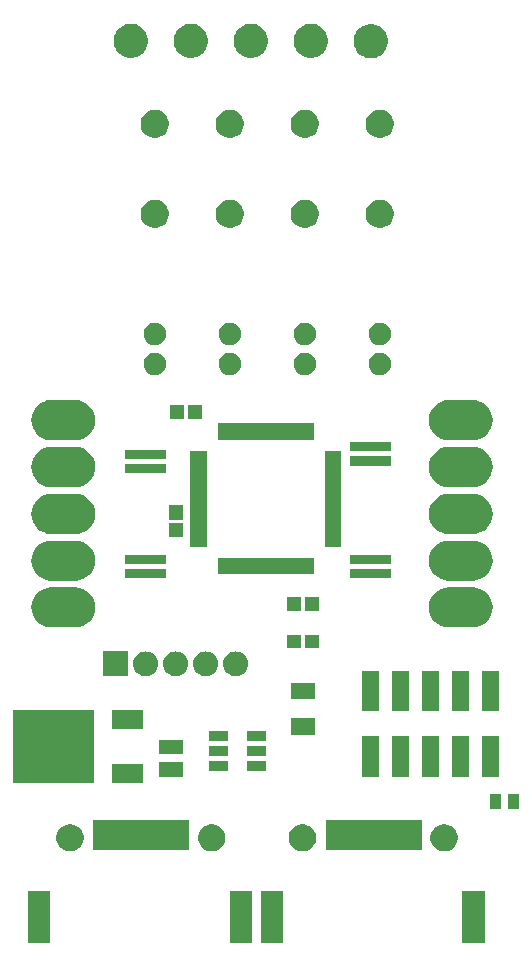
<source format=gts>
%TF.GenerationSoftware,KiCad,Pcbnew,(5.0.1)-3*%
%TF.CreationDate,2018-12-23T11:38:55+11:00*%
%TF.ProjectId,4Channel-SSR-Switch,344368616E6E656C2D5353522D537769,1.2*%
%TF.SameCoordinates,PX7c25018PY96ca4b8*%
%TF.FileFunction,Soldermask,Top*%
%TF.FilePolarity,Negative*%
%FSLAX46Y46*%
G04 Gerber Fmt 4.6, Leading zero omitted, Abs format (unit mm)*
G04 Created by KiCad (PCBNEW (5.0.1)-3) date 23/12/2018 11:38:55 AM*
%MOMM*%
%LPD*%
G01*
G04 APERTURE LIST*
%ADD10C,0.100000*%
G04 APERTURE END LIST*
D10*
%TO.C,D1*%
G36*
X13983564Y18804000D02*
X14434000Y18804000D01*
X14434000Y17903300D01*
X13983564Y17903300D01*
X13983564Y18804000D01*
G37*
G36*
X14633869Y18804000D02*
X15084000Y18804000D01*
X15084000Y17903180D01*
X14633869Y17903180D01*
X14633869Y18804000D01*
G37*
G36*
X15284551Y18804000D02*
X15734000Y18804000D01*
X15734000Y17902190D01*
X15284551Y17902190D01*
X15284551Y18804000D01*
G37*
G36*
X15734000Y19804308D02*
X15284262Y19804308D01*
X15284262Y20704000D01*
X15734000Y20704000D01*
X15734000Y19804308D01*
G37*
G36*
X15084000Y19804565D02*
X14633746Y19804565D01*
X14633746Y20704000D01*
X15084000Y20704000D01*
X15084000Y19804565D01*
G37*
G36*
X14434000Y19804083D02*
X13983855Y19804083D01*
X13983855Y20704000D01*
X14434000Y20704000D01*
X14434000Y19804083D01*
G37*
G36*
X21735000Y3635000D02*
X19835000Y3635000D01*
X19835000Y8035000D01*
X21735000Y8035000D01*
X21735000Y3635000D01*
X21735000Y3635000D01*
G37*
G36*
X24320000Y3635000D02*
X22420000Y3635000D01*
X22420000Y8035000D01*
X24320000Y8035000D01*
X24320000Y3635000D01*
X24320000Y3635000D01*
G37*
G36*
X41420000Y3635000D02*
X39520000Y3635000D01*
X39520000Y8035000D01*
X41420000Y8035000D01*
X41420000Y3635000D01*
X41420000Y3635000D01*
G37*
G36*
X4635000Y3635000D02*
X2735000Y3635000D01*
X2735000Y8035000D01*
X4635000Y8035000D01*
X4635000Y3635000D01*
X4635000Y3635000D01*
G37*
G36*
X38295443Y13680806D02*
X38504728Y13594117D01*
X38693085Y13468261D01*
X38853261Y13308085D01*
X38979117Y13119728D01*
X39065806Y12910443D01*
X39110000Y12688266D01*
X39110000Y12461734D01*
X39065806Y12239557D01*
X38979117Y12030272D01*
X38853261Y11841915D01*
X38693085Y11681739D01*
X38504728Y11555883D01*
X38295443Y11469194D01*
X38073266Y11425000D01*
X37846734Y11425000D01*
X37624557Y11469194D01*
X37415272Y11555883D01*
X37226915Y11681739D01*
X37066739Y11841915D01*
X36940883Y12030272D01*
X36854194Y12239557D01*
X36810000Y12461734D01*
X36810000Y12688266D01*
X36854194Y12910443D01*
X36940883Y13119728D01*
X37066739Y13308085D01*
X37226915Y13468261D01*
X37415272Y13594117D01*
X37624557Y13680806D01*
X37846734Y13725000D01*
X38073266Y13725000D01*
X38295443Y13680806D01*
X38295443Y13680806D01*
G37*
G36*
X6620443Y13680806D02*
X6829728Y13594117D01*
X7018085Y13468261D01*
X7178261Y13308085D01*
X7304117Y13119728D01*
X7390806Y12910443D01*
X7435000Y12688266D01*
X7435000Y12461734D01*
X7390806Y12239557D01*
X7304117Y12030272D01*
X7178261Y11841915D01*
X7018085Y11681739D01*
X6829728Y11555883D01*
X6620443Y11469194D01*
X6398266Y11425000D01*
X6171734Y11425000D01*
X5949557Y11469194D01*
X5740272Y11555883D01*
X5551915Y11681739D01*
X5391739Y11841915D01*
X5265883Y12030272D01*
X5179194Y12239557D01*
X5135000Y12461734D01*
X5135000Y12688266D01*
X5179194Y12910443D01*
X5265883Y13119728D01*
X5391739Y13308085D01*
X5551915Y13468261D01*
X5740272Y13594117D01*
X5949557Y13680806D01*
X6171734Y13725000D01*
X6398266Y13725000D01*
X6620443Y13680806D01*
X6620443Y13680806D01*
G37*
G36*
X26305443Y13680806D02*
X26514728Y13594117D01*
X26703085Y13468261D01*
X26863261Y13308085D01*
X26989117Y13119728D01*
X27075806Y12910443D01*
X27120000Y12688266D01*
X27120000Y12461734D01*
X27075806Y12239557D01*
X26989117Y12030272D01*
X26863261Y11841915D01*
X26703085Y11681739D01*
X26514728Y11555883D01*
X26305443Y11469194D01*
X26083266Y11425000D01*
X25856734Y11425000D01*
X25634557Y11469194D01*
X25425272Y11555883D01*
X25236915Y11681739D01*
X25076739Y11841915D01*
X24950883Y12030272D01*
X24864194Y12239557D01*
X24820000Y12461734D01*
X24820000Y12688266D01*
X24864194Y12910443D01*
X24950883Y13119728D01*
X25076739Y13308085D01*
X25236915Y13468261D01*
X25425272Y13594117D01*
X25634557Y13680806D01*
X25856734Y13725000D01*
X26083266Y13725000D01*
X26305443Y13680806D01*
X26305443Y13680806D01*
G37*
G36*
X18610443Y13680806D02*
X18819728Y13594117D01*
X19008085Y13468261D01*
X19168261Y13308085D01*
X19294117Y13119728D01*
X19380806Y12910443D01*
X19425000Y12688266D01*
X19425000Y12461734D01*
X19380806Y12239557D01*
X19294117Y12030272D01*
X19168261Y11841915D01*
X19008085Y11681739D01*
X18819728Y11555883D01*
X18610443Y11469194D01*
X18388266Y11425000D01*
X18161734Y11425000D01*
X17939557Y11469194D01*
X17730272Y11555883D01*
X17541915Y11681739D01*
X17381739Y11841915D01*
X17255883Y12030272D01*
X17169194Y12239557D01*
X17125000Y12461734D01*
X17125000Y12688266D01*
X17169194Y12910443D01*
X17255883Y13119728D01*
X17381739Y13308085D01*
X17541915Y13468261D01*
X17730272Y13594117D01*
X17939557Y13680806D01*
X18161734Y13725000D01*
X18388266Y13725000D01*
X18610443Y13680806D01*
X18610443Y13680806D01*
G37*
G36*
X16385000Y11565000D02*
X8245000Y11565000D01*
X8245000Y14065000D01*
X16385000Y14065000D01*
X16385000Y11565000D01*
X16385000Y11565000D01*
G37*
G36*
X36070000Y11565000D02*
X27930000Y11565000D01*
X27930000Y14065000D01*
X36070000Y14065000D01*
X36070000Y11565000D01*
X36070000Y11565000D01*
G37*
G36*
X42765000Y14971000D02*
X41865000Y14971000D01*
X41865000Y16271000D01*
X42765000Y16271000D01*
X42765000Y14971000D01*
X42765000Y14971000D01*
G37*
G36*
X44265000Y14971000D02*
X43365000Y14971000D01*
X43365000Y16271000D01*
X44265000Y16271000D01*
X44265000Y14971000D01*
X44265000Y14971000D01*
G37*
G36*
X8285000Y17220000D02*
X1485000Y17220000D01*
X1485000Y23420000D01*
X8285000Y23420000D01*
X8285000Y17220000D01*
X8285000Y17220000D01*
G37*
G36*
X12485000Y17240000D02*
X9885000Y17240000D01*
X9885000Y18840000D01*
X12485000Y18840000D01*
X12485000Y17240000D01*
X12485000Y17240000D01*
G37*
G36*
X15884000Y17754000D02*
X13834000Y17754000D01*
X13834000Y18954000D01*
X15884000Y18954000D01*
X15884000Y17754000D01*
X15884000Y17754000D01*
G37*
G36*
X37530000Y17755000D02*
X36130000Y17755000D01*
X36130000Y21155000D01*
X37530000Y21155000D01*
X37530000Y17755000D01*
X37530000Y17755000D01*
G37*
G36*
X42610000Y17755000D02*
X41210000Y17755000D01*
X41210000Y21155000D01*
X42610000Y21155000D01*
X42610000Y17755000D01*
X42610000Y17755000D01*
G37*
G36*
X40070000Y17755000D02*
X38670000Y17755000D01*
X38670000Y21155000D01*
X40070000Y21155000D01*
X40070000Y17755000D01*
X40070000Y17755000D01*
G37*
G36*
X32450000Y17755000D02*
X31050000Y17755000D01*
X31050000Y21155000D01*
X32450000Y21155000D01*
X32450000Y17755000D01*
X32450000Y17755000D01*
G37*
G36*
X34990000Y17755000D02*
X33590000Y17755000D01*
X33590000Y21155000D01*
X34990000Y21155000D01*
X34990000Y17755000D01*
X34990000Y17755000D01*
G37*
G36*
X22856800Y18265800D02*
X21237600Y18265800D01*
X21237600Y19072200D01*
X22856800Y19072200D01*
X22856800Y18265800D01*
X22856800Y18265800D01*
G37*
G36*
X19656400Y18265800D02*
X18037200Y18265800D01*
X18037200Y19072200D01*
X19656400Y19072200D01*
X19656400Y18265800D01*
X19656400Y18265800D01*
G37*
G36*
X22856800Y19535800D02*
X21237600Y19535800D01*
X21237600Y20342200D01*
X22856800Y20342200D01*
X22856800Y19535800D01*
X22856800Y19535800D01*
G37*
G36*
X19656400Y19535800D02*
X18037200Y19535800D01*
X18037200Y20342200D01*
X19656400Y20342200D01*
X19656400Y19535800D01*
X19656400Y19535800D01*
G37*
G36*
X15884000Y19654000D02*
X13834000Y19654000D01*
X13834000Y20854000D01*
X15884000Y20854000D01*
X15884000Y19654000D01*
X15884000Y19654000D01*
G37*
G36*
X19656400Y20805800D02*
X18037200Y20805800D01*
X18037200Y21612200D01*
X19656400Y21612200D01*
X19656400Y20805800D01*
X19656400Y20805800D01*
G37*
G36*
X22856800Y20805800D02*
X21237600Y20805800D01*
X21237600Y21612200D01*
X22856800Y21612200D01*
X22856800Y20805800D01*
X22856800Y20805800D01*
G37*
G36*
X27035000Y21295000D02*
X25035000Y21295000D01*
X25035000Y22695000D01*
X27035000Y22695000D01*
X27035000Y21295000D01*
X27035000Y21295000D01*
G37*
G36*
X12485000Y21800000D02*
X9885000Y21800000D01*
X9885000Y23400000D01*
X12485000Y23400000D01*
X12485000Y21800000D01*
X12485000Y21800000D01*
G37*
G36*
X40070000Y23295000D02*
X38670000Y23295000D01*
X38670000Y26695000D01*
X40070000Y26695000D01*
X40070000Y23295000D01*
X40070000Y23295000D01*
G37*
G36*
X37530000Y23295000D02*
X36130000Y23295000D01*
X36130000Y26695000D01*
X37530000Y26695000D01*
X37530000Y23295000D01*
X37530000Y23295000D01*
G37*
G36*
X34990000Y23295000D02*
X33590000Y23295000D01*
X33590000Y26695000D01*
X34990000Y26695000D01*
X34990000Y23295000D01*
X34990000Y23295000D01*
G37*
G36*
X32450000Y23295000D02*
X31050000Y23295000D01*
X31050000Y26695000D01*
X32450000Y26695000D01*
X32450000Y23295000D01*
X32450000Y23295000D01*
G37*
G36*
X42610000Y23295000D02*
X41210000Y23295000D01*
X41210000Y26695000D01*
X42610000Y26695000D01*
X42610000Y23295000D01*
X42610000Y23295000D01*
G37*
G36*
X27035000Y24295000D02*
X25035000Y24295000D01*
X25035000Y25695000D01*
X27035000Y25695000D01*
X27035000Y24295000D01*
X27035000Y24295000D01*
G37*
G36*
X11210000Y26255000D02*
X9110000Y26255000D01*
X9110000Y28355000D01*
X11210000Y28355000D01*
X11210000Y26255000D01*
X11210000Y26255000D01*
G37*
G36*
X20448707Y28347403D02*
X20525836Y28339807D01*
X20657787Y28299780D01*
X20723763Y28279767D01*
X20906172Y28182267D01*
X21066054Y28051054D01*
X21197267Y27891172D01*
X21294767Y27708763D01*
X21294767Y27708762D01*
X21354807Y27510836D01*
X21375080Y27305000D01*
X21354807Y27099164D01*
X21314780Y26967213D01*
X21294767Y26901237D01*
X21197267Y26718828D01*
X21066054Y26558946D01*
X20906172Y26427733D01*
X20723763Y26330233D01*
X20657787Y26310220D01*
X20525836Y26270193D01*
X20448707Y26262596D01*
X20371580Y26255000D01*
X20268420Y26255000D01*
X20191293Y26262596D01*
X20114164Y26270193D01*
X19982213Y26310220D01*
X19916237Y26330233D01*
X19733828Y26427733D01*
X19573946Y26558946D01*
X19442733Y26718828D01*
X19345233Y26901237D01*
X19325220Y26967213D01*
X19285193Y27099164D01*
X19264920Y27305000D01*
X19285193Y27510836D01*
X19345233Y27708762D01*
X19345233Y27708763D01*
X19442733Y27891172D01*
X19573946Y28051054D01*
X19733828Y28182267D01*
X19916237Y28279767D01*
X19982213Y28299780D01*
X20114164Y28339807D01*
X20191293Y28347403D01*
X20268420Y28355000D01*
X20371580Y28355000D01*
X20448707Y28347403D01*
X20448707Y28347403D01*
G37*
G36*
X17908707Y28347403D02*
X17985836Y28339807D01*
X18117787Y28299780D01*
X18183763Y28279767D01*
X18366172Y28182267D01*
X18526054Y28051054D01*
X18657267Y27891172D01*
X18754767Y27708763D01*
X18754767Y27708762D01*
X18814807Y27510836D01*
X18835080Y27305000D01*
X18814807Y27099164D01*
X18774780Y26967213D01*
X18754767Y26901237D01*
X18657267Y26718828D01*
X18526054Y26558946D01*
X18366172Y26427733D01*
X18183763Y26330233D01*
X18117787Y26310220D01*
X17985836Y26270193D01*
X17908707Y26262596D01*
X17831580Y26255000D01*
X17728420Y26255000D01*
X17651293Y26262596D01*
X17574164Y26270193D01*
X17442213Y26310220D01*
X17376237Y26330233D01*
X17193828Y26427733D01*
X17033946Y26558946D01*
X16902733Y26718828D01*
X16805233Y26901237D01*
X16785220Y26967213D01*
X16745193Y27099164D01*
X16724920Y27305000D01*
X16745193Y27510836D01*
X16805233Y27708762D01*
X16805233Y27708763D01*
X16902733Y27891172D01*
X17033946Y28051054D01*
X17193828Y28182267D01*
X17376237Y28279767D01*
X17442213Y28299780D01*
X17574164Y28339807D01*
X17651293Y28347403D01*
X17728420Y28355000D01*
X17831580Y28355000D01*
X17908707Y28347403D01*
X17908707Y28347403D01*
G37*
G36*
X15368707Y28347403D02*
X15445836Y28339807D01*
X15577787Y28299780D01*
X15643763Y28279767D01*
X15826172Y28182267D01*
X15986054Y28051054D01*
X16117267Y27891172D01*
X16214767Y27708763D01*
X16214767Y27708762D01*
X16274807Y27510836D01*
X16295080Y27305000D01*
X16274807Y27099164D01*
X16234780Y26967213D01*
X16214767Y26901237D01*
X16117267Y26718828D01*
X15986054Y26558946D01*
X15826172Y26427733D01*
X15643763Y26330233D01*
X15577787Y26310220D01*
X15445836Y26270193D01*
X15368707Y26262596D01*
X15291580Y26255000D01*
X15188420Y26255000D01*
X15111293Y26262596D01*
X15034164Y26270193D01*
X14902213Y26310220D01*
X14836237Y26330233D01*
X14653828Y26427733D01*
X14493946Y26558946D01*
X14362733Y26718828D01*
X14265233Y26901237D01*
X14245220Y26967213D01*
X14205193Y27099164D01*
X14184920Y27305000D01*
X14205193Y27510836D01*
X14265233Y27708762D01*
X14265233Y27708763D01*
X14362733Y27891172D01*
X14493946Y28051054D01*
X14653828Y28182267D01*
X14836237Y28279767D01*
X14902213Y28299780D01*
X15034164Y28339807D01*
X15111293Y28347403D01*
X15188420Y28355000D01*
X15291580Y28355000D01*
X15368707Y28347403D01*
X15368707Y28347403D01*
G37*
G36*
X12828707Y28347403D02*
X12905836Y28339807D01*
X13037787Y28299780D01*
X13103763Y28279767D01*
X13286172Y28182267D01*
X13446054Y28051054D01*
X13577267Y27891172D01*
X13674767Y27708763D01*
X13674767Y27708762D01*
X13734807Y27510836D01*
X13755080Y27305000D01*
X13734807Y27099164D01*
X13694780Y26967213D01*
X13674767Y26901237D01*
X13577267Y26718828D01*
X13446054Y26558946D01*
X13286172Y26427733D01*
X13103763Y26330233D01*
X13037787Y26310220D01*
X12905836Y26270193D01*
X12828707Y26262596D01*
X12751580Y26255000D01*
X12648420Y26255000D01*
X12571293Y26262596D01*
X12494164Y26270193D01*
X12362213Y26310220D01*
X12296237Y26330233D01*
X12113828Y26427733D01*
X11953946Y26558946D01*
X11822733Y26718828D01*
X11725233Y26901237D01*
X11705220Y26967213D01*
X11665193Y27099164D01*
X11644920Y27305000D01*
X11665193Y27510836D01*
X11725233Y27708762D01*
X11725233Y27708763D01*
X11822733Y27891172D01*
X11953946Y28051054D01*
X12113828Y28182267D01*
X12296237Y28279767D01*
X12362213Y28299780D01*
X12494164Y28339807D01*
X12571293Y28347403D01*
X12648420Y28355000D01*
X12751580Y28355000D01*
X12828707Y28347403D01*
X12828707Y28347403D01*
G37*
G36*
X27385000Y28635000D02*
X26185000Y28635000D01*
X26185000Y29785000D01*
X27385000Y29785000D01*
X27385000Y28635000D01*
X27385000Y28635000D01*
G37*
G36*
X25885000Y28635000D02*
X24685000Y28635000D01*
X24685000Y29785000D01*
X25885000Y29785000D01*
X25885000Y28635000D01*
X25885000Y28635000D01*
G37*
G36*
X7048989Y33760554D02*
X7048992Y33760553D01*
X7048993Y33760553D01*
X7369419Y33663353D01*
X7369421Y33663352D01*
X7664728Y33505507D01*
X7923565Y33293085D01*
X8135987Y33034248D01*
X8293832Y32738941D01*
X8391034Y32418509D01*
X8423854Y32085280D01*
X8391034Y31752051D01*
X8293832Y31431619D01*
X8135987Y31136312D01*
X7923565Y30877475D01*
X7664728Y30665053D01*
X7664726Y30665052D01*
X7369419Y30507207D01*
X7048993Y30410007D01*
X7048992Y30410007D01*
X7048989Y30410006D01*
X6799262Y30385410D01*
X4630738Y30385410D01*
X4381011Y30410006D01*
X4381008Y30410007D01*
X4381007Y30410007D01*
X4060581Y30507207D01*
X3765274Y30665052D01*
X3765272Y30665053D01*
X3506435Y30877475D01*
X3294013Y31136312D01*
X3136168Y31431619D01*
X3038966Y31752051D01*
X3006146Y32085280D01*
X3038966Y32418509D01*
X3136168Y32738941D01*
X3294013Y33034248D01*
X3506435Y33293085D01*
X3765272Y33505507D01*
X4060579Y33663352D01*
X4060581Y33663353D01*
X4381007Y33760553D01*
X4381008Y33760553D01*
X4381011Y33760554D01*
X4630738Y33785150D01*
X6799262Y33785150D01*
X7048989Y33760554D01*
X7048989Y33760554D01*
G37*
G36*
X40703989Y33760554D02*
X40703992Y33760553D01*
X40703993Y33760553D01*
X41024419Y33663353D01*
X41024421Y33663352D01*
X41319728Y33505507D01*
X41578565Y33293085D01*
X41790987Y33034248D01*
X41948832Y32738941D01*
X42046034Y32418509D01*
X42078854Y32085280D01*
X42046034Y31752051D01*
X41948832Y31431619D01*
X41790987Y31136312D01*
X41578565Y30877475D01*
X41319728Y30665053D01*
X41319726Y30665052D01*
X41024419Y30507207D01*
X40703993Y30410007D01*
X40703992Y30410007D01*
X40703989Y30410006D01*
X40454262Y30385410D01*
X38285738Y30385410D01*
X38036011Y30410006D01*
X38036008Y30410007D01*
X38036007Y30410007D01*
X37715581Y30507207D01*
X37420274Y30665052D01*
X37420272Y30665053D01*
X37161435Y30877475D01*
X36949013Y31136312D01*
X36791168Y31431619D01*
X36693966Y31752051D01*
X36661146Y32085280D01*
X36693966Y32418509D01*
X36791168Y32738941D01*
X36949013Y33034248D01*
X37161435Y33293085D01*
X37420272Y33505507D01*
X37715579Y33663352D01*
X37715581Y33663353D01*
X38036007Y33760553D01*
X38036008Y33760553D01*
X38036011Y33760554D01*
X38285738Y33785150D01*
X40454262Y33785150D01*
X40703989Y33760554D01*
X40703989Y33760554D01*
G37*
G36*
X25885000Y31810000D02*
X24685000Y31810000D01*
X24685000Y32960000D01*
X25885000Y32960000D01*
X25885000Y31810000D01*
X25885000Y31810000D01*
G37*
G36*
X27385000Y31810000D02*
X26185000Y31810000D01*
X26185000Y32960000D01*
X27385000Y32960000D01*
X27385000Y31810000D01*
X27385000Y31810000D01*
G37*
G36*
X40703989Y37720414D02*
X40703992Y37720413D01*
X40703993Y37720413D01*
X41024419Y37623213D01*
X41024421Y37623212D01*
X41319728Y37465367D01*
X41578565Y37252945D01*
X41790987Y36994108D01*
X41948832Y36698801D01*
X42046034Y36378369D01*
X42078854Y36045140D01*
X42046034Y35711911D01*
X41948832Y35391479D01*
X41790987Y35096172D01*
X41578565Y34837335D01*
X41319728Y34624913D01*
X41319726Y34624912D01*
X41024419Y34467067D01*
X40703993Y34369867D01*
X40703992Y34369867D01*
X40703989Y34369866D01*
X40454262Y34345270D01*
X38285738Y34345270D01*
X38036011Y34369866D01*
X38036008Y34369867D01*
X38036007Y34369867D01*
X37715581Y34467067D01*
X37420274Y34624912D01*
X37420272Y34624913D01*
X37161435Y34837335D01*
X36949013Y35096172D01*
X36791168Y35391479D01*
X36693966Y35711911D01*
X36661146Y36045140D01*
X36693966Y36378369D01*
X36791168Y36698801D01*
X36949013Y36994108D01*
X37161435Y37252945D01*
X37420272Y37465367D01*
X37715579Y37623212D01*
X37715581Y37623213D01*
X38036007Y37720413D01*
X38036008Y37720413D01*
X38036011Y37720414D01*
X38285738Y37745010D01*
X40454262Y37745010D01*
X40703989Y37720414D01*
X40703989Y37720414D01*
G37*
G36*
X7048989Y37720414D02*
X7048992Y37720413D01*
X7048993Y37720413D01*
X7369419Y37623213D01*
X7369421Y37623212D01*
X7664728Y37465367D01*
X7923565Y37252945D01*
X8135987Y36994108D01*
X8293832Y36698801D01*
X8391034Y36378369D01*
X8423854Y36045140D01*
X8391034Y35711911D01*
X8293832Y35391479D01*
X8135987Y35096172D01*
X7923565Y34837335D01*
X7664728Y34624913D01*
X7664726Y34624912D01*
X7369419Y34467067D01*
X7048993Y34369867D01*
X7048992Y34369867D01*
X7048989Y34369866D01*
X6799262Y34345270D01*
X4630738Y34345270D01*
X4381011Y34369866D01*
X4381008Y34369867D01*
X4381007Y34369867D01*
X4060581Y34467067D01*
X3765274Y34624912D01*
X3765272Y34624913D01*
X3506435Y34837335D01*
X3294013Y35096172D01*
X3136168Y35391479D01*
X3038966Y35711911D01*
X3006146Y36045140D01*
X3038966Y36378369D01*
X3136168Y36698801D01*
X3294013Y36994108D01*
X3506435Y37252945D01*
X3765272Y37465367D01*
X4060579Y37623212D01*
X4060581Y37623213D01*
X4381007Y37720413D01*
X4381008Y37720413D01*
X4381011Y37720414D01*
X4630738Y37745010D01*
X6799262Y37745010D01*
X7048989Y37720414D01*
X7048989Y37720414D01*
G37*
G36*
X14425000Y34560000D02*
X10975000Y34560000D01*
X10975000Y35360000D01*
X14425000Y35360000D01*
X14425000Y34560000D01*
X14425000Y34560000D01*
G37*
G36*
X33475000Y34560000D02*
X30025000Y34560000D01*
X30025000Y35360000D01*
X33475000Y35360000D01*
X33475000Y34560000D01*
X33475000Y34560000D01*
G37*
G36*
X26935000Y34875000D02*
X18785000Y34875000D01*
X18785000Y36275000D01*
X26935000Y36275000D01*
X26935000Y34875000D01*
X26935000Y34875000D01*
G37*
G36*
X33475000Y35760000D02*
X30025000Y35760000D01*
X30025000Y36560000D01*
X33475000Y36560000D01*
X33475000Y35760000D01*
X33475000Y35760000D01*
G37*
G36*
X14425000Y35760000D02*
X10975000Y35760000D01*
X10975000Y36560000D01*
X14425000Y36560000D01*
X14425000Y35760000D01*
X14425000Y35760000D01*
G37*
G36*
X17860000Y37200000D02*
X16460000Y37200000D01*
X16460000Y45350000D01*
X17860000Y45350000D01*
X17860000Y37200000D01*
X17860000Y37200000D01*
G37*
G36*
X29260000Y37200000D02*
X27860000Y37200000D01*
X27860000Y45350000D01*
X29260000Y45350000D01*
X29260000Y37200000D01*
X29260000Y37200000D01*
G37*
G36*
X15815000Y38020000D02*
X14665000Y38020000D01*
X14665000Y39220000D01*
X15815000Y39220000D01*
X15815000Y38020000D01*
X15815000Y38020000D01*
G37*
G36*
X40703989Y41680274D02*
X40703992Y41680273D01*
X40703993Y41680273D01*
X41024419Y41583073D01*
X41024421Y41583072D01*
X41319728Y41425227D01*
X41578565Y41212805D01*
X41790987Y40953968D01*
X41790988Y40953966D01*
X41948833Y40658659D01*
X42046033Y40338233D01*
X42046034Y40338229D01*
X42078854Y40005000D01*
X42046034Y39671771D01*
X41948832Y39351339D01*
X41790987Y39056032D01*
X41578565Y38797195D01*
X41319728Y38584773D01*
X41319726Y38584772D01*
X41024419Y38426927D01*
X40703993Y38329727D01*
X40703992Y38329727D01*
X40703989Y38329726D01*
X40454262Y38305130D01*
X38285738Y38305130D01*
X38036011Y38329726D01*
X38036008Y38329727D01*
X38036007Y38329727D01*
X37715581Y38426927D01*
X37420274Y38584772D01*
X37420272Y38584773D01*
X37161435Y38797195D01*
X36949013Y39056032D01*
X36791168Y39351339D01*
X36693966Y39671771D01*
X36661146Y40005000D01*
X36693966Y40338229D01*
X36693967Y40338233D01*
X36791167Y40658659D01*
X36949012Y40953966D01*
X36949013Y40953968D01*
X37161435Y41212805D01*
X37420272Y41425227D01*
X37715579Y41583072D01*
X37715581Y41583073D01*
X38036007Y41680273D01*
X38036008Y41680273D01*
X38036011Y41680274D01*
X38285738Y41704870D01*
X40454262Y41704870D01*
X40703989Y41680274D01*
X40703989Y41680274D01*
G37*
G36*
X7048989Y41680274D02*
X7048992Y41680273D01*
X7048993Y41680273D01*
X7369419Y41583073D01*
X7369421Y41583072D01*
X7664728Y41425227D01*
X7923565Y41212805D01*
X8135987Y40953968D01*
X8135988Y40953966D01*
X8293833Y40658659D01*
X8391033Y40338233D01*
X8391034Y40338229D01*
X8423854Y40005000D01*
X8391034Y39671771D01*
X8293832Y39351339D01*
X8135987Y39056032D01*
X7923565Y38797195D01*
X7664728Y38584773D01*
X7664726Y38584772D01*
X7369419Y38426927D01*
X7048993Y38329727D01*
X7048992Y38329727D01*
X7048989Y38329726D01*
X6799262Y38305130D01*
X4630738Y38305130D01*
X4381011Y38329726D01*
X4381008Y38329727D01*
X4381007Y38329727D01*
X4060581Y38426927D01*
X3765274Y38584772D01*
X3765272Y38584773D01*
X3506435Y38797195D01*
X3294013Y39056032D01*
X3136168Y39351339D01*
X3038966Y39671771D01*
X3006146Y40005000D01*
X3038966Y40338229D01*
X3038967Y40338233D01*
X3136167Y40658659D01*
X3294012Y40953966D01*
X3294013Y40953968D01*
X3506435Y41212805D01*
X3765272Y41425227D01*
X4060579Y41583072D01*
X4060581Y41583073D01*
X4381007Y41680273D01*
X4381008Y41680273D01*
X4381011Y41680274D01*
X4630738Y41704870D01*
X6799262Y41704870D01*
X7048989Y41680274D01*
X7048989Y41680274D01*
G37*
G36*
X15815000Y39520000D02*
X14665000Y39520000D01*
X14665000Y40720000D01*
X15815000Y40720000D01*
X15815000Y39520000D01*
X15815000Y39520000D01*
G37*
G36*
X40703989Y45640134D02*
X40703992Y45640133D01*
X40703993Y45640133D01*
X41024419Y45542933D01*
X41024421Y45542932D01*
X41319728Y45385087D01*
X41578565Y45172665D01*
X41790987Y44913828D01*
X41948832Y44618521D01*
X42046034Y44298089D01*
X42078854Y43964860D01*
X42046034Y43631631D01*
X42046033Y43631628D01*
X42046033Y43631627D01*
X41960603Y43350000D01*
X41948832Y43311199D01*
X41790987Y43015892D01*
X41578565Y42757055D01*
X41319728Y42544633D01*
X41319726Y42544632D01*
X41024419Y42386787D01*
X40703993Y42289587D01*
X40703992Y42289587D01*
X40703989Y42289586D01*
X40454262Y42264990D01*
X38285738Y42264990D01*
X38036011Y42289586D01*
X38036008Y42289587D01*
X38036007Y42289587D01*
X37715581Y42386787D01*
X37420274Y42544632D01*
X37420272Y42544633D01*
X37161435Y42757055D01*
X36949013Y43015892D01*
X36791168Y43311199D01*
X36779398Y43350000D01*
X36693967Y43631627D01*
X36693967Y43631628D01*
X36693966Y43631631D01*
X36661146Y43964860D01*
X36693966Y44298089D01*
X36791168Y44618521D01*
X36949013Y44913828D01*
X37161435Y45172665D01*
X37420272Y45385087D01*
X37715579Y45542932D01*
X37715581Y45542933D01*
X38036007Y45640133D01*
X38036008Y45640133D01*
X38036011Y45640134D01*
X38285738Y45664730D01*
X40454262Y45664730D01*
X40703989Y45640134D01*
X40703989Y45640134D01*
G37*
G36*
X7048989Y45640134D02*
X7048992Y45640133D01*
X7048993Y45640133D01*
X7369419Y45542933D01*
X7369421Y45542932D01*
X7664728Y45385087D01*
X7923565Y45172665D01*
X8135987Y44913828D01*
X8293832Y44618521D01*
X8391034Y44298089D01*
X8423854Y43964860D01*
X8391034Y43631631D01*
X8391033Y43631628D01*
X8391033Y43631627D01*
X8305603Y43350000D01*
X8293832Y43311199D01*
X8135987Y43015892D01*
X7923565Y42757055D01*
X7664728Y42544633D01*
X7664726Y42544632D01*
X7369419Y42386787D01*
X7048993Y42289587D01*
X7048992Y42289587D01*
X7048989Y42289586D01*
X6799262Y42264990D01*
X4630738Y42264990D01*
X4381011Y42289586D01*
X4381008Y42289587D01*
X4381007Y42289587D01*
X4060581Y42386787D01*
X3765274Y42544632D01*
X3765272Y42544633D01*
X3506435Y42757055D01*
X3294013Y43015892D01*
X3136168Y43311199D01*
X3124398Y43350000D01*
X3038967Y43631627D01*
X3038967Y43631628D01*
X3038966Y43631631D01*
X3006146Y43964860D01*
X3038966Y44298089D01*
X3136168Y44618521D01*
X3294013Y44913828D01*
X3506435Y45172665D01*
X3765272Y45385087D01*
X4060579Y45542932D01*
X4060581Y45542933D01*
X4381007Y45640133D01*
X4381008Y45640133D01*
X4381011Y45640134D01*
X4630738Y45664730D01*
X6799262Y45664730D01*
X7048989Y45640134D01*
X7048989Y45640134D01*
G37*
G36*
X14425000Y43450000D02*
X10975000Y43450000D01*
X10975000Y44250000D01*
X14425000Y44250000D01*
X14425000Y43450000D01*
X14425000Y43450000D01*
G37*
G36*
X33475000Y44085000D02*
X30025000Y44085000D01*
X30025000Y44885000D01*
X33475000Y44885000D01*
X33475000Y44085000D01*
X33475000Y44085000D01*
G37*
G36*
X14425000Y44650000D02*
X10975000Y44650000D01*
X10975000Y45450000D01*
X14425000Y45450000D01*
X14425000Y44650000D01*
X14425000Y44650000D01*
G37*
G36*
X33475000Y45285000D02*
X30025000Y45285000D01*
X30025000Y46085000D01*
X33475000Y46085000D01*
X33475000Y45285000D01*
X33475000Y45285000D01*
G37*
G36*
X7048989Y49599994D02*
X7048992Y49599993D01*
X7048993Y49599993D01*
X7369419Y49502793D01*
X7369421Y49502792D01*
X7664728Y49344947D01*
X7923565Y49132525D01*
X8135987Y48873688D01*
X8293832Y48578381D01*
X8391034Y48257949D01*
X8423854Y47924720D01*
X8391034Y47591491D01*
X8293832Y47271059D01*
X8135987Y46975752D01*
X7923565Y46716915D01*
X7664728Y46504493D01*
X7664726Y46504492D01*
X7369419Y46346647D01*
X7048993Y46249447D01*
X7048992Y46249447D01*
X7048989Y46249446D01*
X6799262Y46224850D01*
X4630738Y46224850D01*
X4381011Y46249446D01*
X4381008Y46249447D01*
X4381007Y46249447D01*
X4060581Y46346647D01*
X3765274Y46504492D01*
X3765272Y46504493D01*
X3506435Y46716915D01*
X3294013Y46975752D01*
X3136168Y47271059D01*
X3038966Y47591491D01*
X3006146Y47924720D01*
X3038966Y48257949D01*
X3136168Y48578381D01*
X3294013Y48873688D01*
X3506435Y49132525D01*
X3765272Y49344947D01*
X4060579Y49502792D01*
X4060581Y49502793D01*
X4381007Y49599993D01*
X4381008Y49599993D01*
X4381011Y49599994D01*
X4630738Y49624590D01*
X6799262Y49624590D01*
X7048989Y49599994D01*
X7048989Y49599994D01*
G37*
G36*
X40703989Y49599994D02*
X40703992Y49599993D01*
X40703993Y49599993D01*
X41024419Y49502793D01*
X41024421Y49502792D01*
X41319728Y49344947D01*
X41578565Y49132525D01*
X41790987Y48873688D01*
X41948832Y48578381D01*
X42046034Y48257949D01*
X42078854Y47924720D01*
X42046034Y47591491D01*
X41948832Y47271059D01*
X41790987Y46975752D01*
X41578565Y46716915D01*
X41319728Y46504493D01*
X41319726Y46504492D01*
X41024419Y46346647D01*
X40703993Y46249447D01*
X40703992Y46249447D01*
X40703989Y46249446D01*
X40454262Y46224850D01*
X38285738Y46224850D01*
X38036011Y46249446D01*
X38036008Y46249447D01*
X38036007Y46249447D01*
X37715581Y46346647D01*
X37420274Y46504492D01*
X37420272Y46504493D01*
X37161435Y46716915D01*
X36949013Y46975752D01*
X36791168Y47271059D01*
X36693966Y47591491D01*
X36661146Y47924720D01*
X36693966Y48257949D01*
X36791168Y48578381D01*
X36949013Y48873688D01*
X37161435Y49132525D01*
X37420272Y49344947D01*
X37715579Y49502792D01*
X37715581Y49502793D01*
X38036007Y49599993D01*
X38036008Y49599993D01*
X38036011Y49599994D01*
X38285738Y49624590D01*
X40454262Y49624590D01*
X40703989Y49599994D01*
X40703989Y49599994D01*
G37*
G36*
X26935000Y46275000D02*
X18785000Y46275000D01*
X18785000Y47675000D01*
X26935000Y47675000D01*
X26935000Y46275000D01*
X26935000Y46275000D01*
G37*
G36*
X17479000Y48066000D02*
X16279000Y48066000D01*
X16279000Y49216000D01*
X17479000Y49216000D01*
X17479000Y48066000D01*
X17479000Y48066000D01*
G37*
G36*
X15979000Y48066000D02*
X14779000Y48066000D01*
X14779000Y49216000D01*
X15979000Y49216000D01*
X15979000Y48066000D01*
X15979000Y48066000D01*
G37*
G36*
X13604452Y53645873D02*
X13742105Y53618492D01*
X13914994Y53546879D01*
X14070590Y53442913D01*
X14202913Y53310590D01*
X14306879Y53154994D01*
X14378492Y52982105D01*
X14415000Y52798567D01*
X14415000Y52611433D01*
X14378492Y52427895D01*
X14306879Y52255006D01*
X14202913Y52099410D01*
X14070590Y51967087D01*
X13914994Y51863121D01*
X13742105Y51791508D01*
X13604451Y51764127D01*
X13558568Y51755000D01*
X13371432Y51755000D01*
X13325549Y51764127D01*
X13187895Y51791508D01*
X13015006Y51863121D01*
X12859410Y51967087D01*
X12727087Y52099410D01*
X12623121Y52255006D01*
X12551508Y52427895D01*
X12515000Y52611433D01*
X12515000Y52798567D01*
X12551508Y52982105D01*
X12623121Y53154994D01*
X12727087Y53310590D01*
X12859410Y53442913D01*
X13015006Y53546879D01*
X13187895Y53618492D01*
X13325549Y53645873D01*
X13371432Y53655000D01*
X13558568Y53655000D01*
X13604452Y53645873D01*
X13604452Y53645873D01*
G37*
G36*
X19954452Y53645873D02*
X20092105Y53618492D01*
X20264994Y53546879D01*
X20420590Y53442913D01*
X20552913Y53310590D01*
X20656879Y53154994D01*
X20728492Y52982105D01*
X20765000Y52798567D01*
X20765000Y52611433D01*
X20728492Y52427895D01*
X20656879Y52255006D01*
X20552913Y52099410D01*
X20420590Y51967087D01*
X20264994Y51863121D01*
X20092105Y51791508D01*
X19954451Y51764127D01*
X19908568Y51755000D01*
X19721432Y51755000D01*
X19675549Y51764127D01*
X19537895Y51791508D01*
X19365006Y51863121D01*
X19209410Y51967087D01*
X19077087Y52099410D01*
X18973121Y52255006D01*
X18901508Y52427895D01*
X18865000Y52611433D01*
X18865000Y52798567D01*
X18901508Y52982105D01*
X18973121Y53154994D01*
X19077087Y53310590D01*
X19209410Y53442913D01*
X19365006Y53546879D01*
X19537895Y53618492D01*
X19675549Y53645873D01*
X19721432Y53655000D01*
X19908568Y53655000D01*
X19954452Y53645873D01*
X19954452Y53645873D01*
G37*
G36*
X26304452Y53645873D02*
X26442105Y53618492D01*
X26614994Y53546879D01*
X26770590Y53442913D01*
X26902913Y53310590D01*
X27006879Y53154994D01*
X27078492Y52982105D01*
X27115000Y52798567D01*
X27115000Y52611433D01*
X27078492Y52427895D01*
X27006879Y52255006D01*
X26902913Y52099410D01*
X26770590Y51967087D01*
X26614994Y51863121D01*
X26442105Y51791508D01*
X26304451Y51764127D01*
X26258568Y51755000D01*
X26071432Y51755000D01*
X26025549Y51764127D01*
X25887895Y51791508D01*
X25715006Y51863121D01*
X25559410Y51967087D01*
X25427087Y52099410D01*
X25323121Y52255006D01*
X25251508Y52427895D01*
X25215000Y52611433D01*
X25215000Y52798567D01*
X25251508Y52982105D01*
X25323121Y53154994D01*
X25427087Y53310590D01*
X25559410Y53442913D01*
X25715006Y53546879D01*
X25887895Y53618492D01*
X26025549Y53645873D01*
X26071432Y53655000D01*
X26258568Y53655000D01*
X26304452Y53645873D01*
X26304452Y53645873D01*
G37*
G36*
X32654452Y53645873D02*
X32792105Y53618492D01*
X32964994Y53546879D01*
X33120590Y53442913D01*
X33252913Y53310590D01*
X33356879Y53154994D01*
X33428492Y52982105D01*
X33465000Y52798567D01*
X33465000Y52611433D01*
X33428492Y52427895D01*
X33356879Y52255006D01*
X33252913Y52099410D01*
X33120590Y51967087D01*
X32964994Y51863121D01*
X32792105Y51791508D01*
X32654451Y51764127D01*
X32608568Y51755000D01*
X32421432Y51755000D01*
X32375549Y51764127D01*
X32237895Y51791508D01*
X32065006Y51863121D01*
X31909410Y51967087D01*
X31777087Y52099410D01*
X31673121Y52255006D01*
X31601508Y52427895D01*
X31565000Y52611433D01*
X31565000Y52798567D01*
X31601508Y52982105D01*
X31673121Y53154994D01*
X31777087Y53310590D01*
X31909410Y53442913D01*
X32065006Y53546879D01*
X32237895Y53618492D01*
X32375549Y53645873D01*
X32421432Y53655000D01*
X32608568Y53655000D01*
X32654452Y53645873D01*
X32654452Y53645873D01*
G37*
G36*
X26304452Y56185873D02*
X26442105Y56158492D01*
X26614994Y56086879D01*
X26770590Y55982913D01*
X26902913Y55850590D01*
X27006879Y55694994D01*
X27078492Y55522105D01*
X27115000Y55338567D01*
X27115000Y55151433D01*
X27078492Y54967895D01*
X27006879Y54795006D01*
X26902913Y54639410D01*
X26770590Y54507087D01*
X26614994Y54403121D01*
X26442105Y54331508D01*
X26304451Y54304127D01*
X26258568Y54295000D01*
X26071432Y54295000D01*
X26025548Y54304127D01*
X25887895Y54331508D01*
X25715006Y54403121D01*
X25559410Y54507087D01*
X25427087Y54639410D01*
X25323121Y54795006D01*
X25251508Y54967895D01*
X25215000Y55151433D01*
X25215000Y55338567D01*
X25251508Y55522105D01*
X25323121Y55694994D01*
X25427087Y55850590D01*
X25559410Y55982913D01*
X25715006Y56086879D01*
X25887895Y56158492D01*
X26025549Y56185873D01*
X26071432Y56195000D01*
X26258568Y56195000D01*
X26304452Y56185873D01*
X26304452Y56185873D01*
G37*
G36*
X19954452Y56185873D02*
X20092105Y56158492D01*
X20264994Y56086879D01*
X20420590Y55982913D01*
X20552913Y55850590D01*
X20656879Y55694994D01*
X20728492Y55522105D01*
X20765000Y55338567D01*
X20765000Y55151433D01*
X20728492Y54967895D01*
X20656879Y54795006D01*
X20552913Y54639410D01*
X20420590Y54507087D01*
X20264994Y54403121D01*
X20092105Y54331508D01*
X19954451Y54304127D01*
X19908568Y54295000D01*
X19721432Y54295000D01*
X19675548Y54304127D01*
X19537895Y54331508D01*
X19365006Y54403121D01*
X19209410Y54507087D01*
X19077087Y54639410D01*
X18973121Y54795006D01*
X18901508Y54967895D01*
X18865000Y55151433D01*
X18865000Y55338567D01*
X18901508Y55522105D01*
X18973121Y55694994D01*
X19077087Y55850590D01*
X19209410Y55982913D01*
X19365006Y56086879D01*
X19537895Y56158492D01*
X19675549Y56185873D01*
X19721432Y56195000D01*
X19908568Y56195000D01*
X19954452Y56185873D01*
X19954452Y56185873D01*
G37*
G36*
X32654452Y56185873D02*
X32792105Y56158492D01*
X32964994Y56086879D01*
X33120590Y55982913D01*
X33252913Y55850590D01*
X33356879Y55694994D01*
X33428492Y55522105D01*
X33465000Y55338567D01*
X33465000Y55151433D01*
X33428492Y54967895D01*
X33356879Y54795006D01*
X33252913Y54639410D01*
X33120590Y54507087D01*
X32964994Y54403121D01*
X32792105Y54331508D01*
X32654451Y54304127D01*
X32608568Y54295000D01*
X32421432Y54295000D01*
X32375548Y54304127D01*
X32237895Y54331508D01*
X32065006Y54403121D01*
X31909410Y54507087D01*
X31777087Y54639410D01*
X31673121Y54795006D01*
X31601508Y54967895D01*
X31565000Y55151433D01*
X31565000Y55338567D01*
X31601508Y55522105D01*
X31673121Y55694994D01*
X31777087Y55850590D01*
X31909410Y55982913D01*
X32065006Y56086879D01*
X32237895Y56158492D01*
X32375549Y56185873D01*
X32421432Y56195000D01*
X32608568Y56195000D01*
X32654452Y56185873D01*
X32654452Y56185873D01*
G37*
G36*
X13604452Y56185873D02*
X13742105Y56158492D01*
X13914994Y56086879D01*
X14070590Y55982913D01*
X14202913Y55850590D01*
X14306879Y55694994D01*
X14378492Y55522105D01*
X14415000Y55338567D01*
X14415000Y55151433D01*
X14378492Y54967895D01*
X14306879Y54795006D01*
X14202913Y54639410D01*
X14070590Y54507087D01*
X13914994Y54403121D01*
X13742105Y54331508D01*
X13604451Y54304127D01*
X13558568Y54295000D01*
X13371432Y54295000D01*
X13325548Y54304127D01*
X13187895Y54331508D01*
X13015006Y54403121D01*
X12859410Y54507087D01*
X12727087Y54639410D01*
X12623121Y54795006D01*
X12551508Y54967895D01*
X12515000Y55151433D01*
X12515000Y55338567D01*
X12551508Y55522105D01*
X12623121Y55694994D01*
X12727087Y55850590D01*
X12859410Y55982913D01*
X13015006Y56086879D01*
X13187895Y56158492D01*
X13325549Y56185873D01*
X13371432Y56195000D01*
X13558568Y56195000D01*
X13604452Y56185873D01*
X13604452Y56185873D01*
G37*
G36*
X20165026Y66558885D02*
X20383412Y66468427D01*
X20579958Y66337099D01*
X20747099Y66169958D01*
X20878427Y65973412D01*
X20968885Y65755026D01*
X21015000Y65523191D01*
X21015000Y65286809D01*
X20968885Y65054974D01*
X20878427Y64836588D01*
X20747099Y64640042D01*
X20579958Y64472901D01*
X20383412Y64341573D01*
X20165026Y64251115D01*
X19933191Y64205000D01*
X19696809Y64205000D01*
X19464974Y64251115D01*
X19246588Y64341573D01*
X19050042Y64472901D01*
X18882901Y64640042D01*
X18751573Y64836588D01*
X18661115Y65054974D01*
X18615000Y65286809D01*
X18615000Y65523191D01*
X18661115Y65755026D01*
X18751573Y65973412D01*
X18882901Y66169958D01*
X19050042Y66337099D01*
X19246588Y66468427D01*
X19464974Y66558885D01*
X19696809Y66605000D01*
X19933191Y66605000D01*
X20165026Y66558885D01*
X20165026Y66558885D01*
G37*
G36*
X13815026Y66558885D02*
X14033412Y66468427D01*
X14229958Y66337099D01*
X14397099Y66169958D01*
X14528427Y65973412D01*
X14618885Y65755026D01*
X14665000Y65523191D01*
X14665000Y65286809D01*
X14618885Y65054974D01*
X14528427Y64836588D01*
X14397099Y64640042D01*
X14229958Y64472901D01*
X14033412Y64341573D01*
X13815026Y64251115D01*
X13583191Y64205000D01*
X13346809Y64205000D01*
X13114974Y64251115D01*
X12896588Y64341573D01*
X12700042Y64472901D01*
X12532901Y64640042D01*
X12401573Y64836588D01*
X12311115Y65054974D01*
X12265000Y65286809D01*
X12265000Y65523191D01*
X12311115Y65755026D01*
X12401573Y65973412D01*
X12532901Y66169958D01*
X12700042Y66337099D01*
X12896588Y66468427D01*
X13114974Y66558885D01*
X13346809Y66605000D01*
X13583191Y66605000D01*
X13815026Y66558885D01*
X13815026Y66558885D01*
G37*
G36*
X26515026Y66558885D02*
X26733412Y66468427D01*
X26929958Y66337099D01*
X27097099Y66169958D01*
X27228427Y65973412D01*
X27318885Y65755026D01*
X27365000Y65523191D01*
X27365000Y65286809D01*
X27318885Y65054974D01*
X27228427Y64836588D01*
X27097099Y64640042D01*
X26929958Y64472901D01*
X26733412Y64341573D01*
X26515026Y64251115D01*
X26283191Y64205000D01*
X26046809Y64205000D01*
X25814974Y64251115D01*
X25596588Y64341573D01*
X25400042Y64472901D01*
X25232901Y64640042D01*
X25101573Y64836588D01*
X25011115Y65054974D01*
X24965000Y65286809D01*
X24965000Y65523191D01*
X25011115Y65755026D01*
X25101573Y65973412D01*
X25232901Y66169958D01*
X25400042Y66337099D01*
X25596588Y66468427D01*
X25814974Y66558885D01*
X26046809Y66605000D01*
X26283191Y66605000D01*
X26515026Y66558885D01*
X26515026Y66558885D01*
G37*
G36*
X32865026Y66558885D02*
X33083412Y66468427D01*
X33279958Y66337099D01*
X33447099Y66169958D01*
X33578427Y65973412D01*
X33668885Y65755026D01*
X33715000Y65523191D01*
X33715000Y65286809D01*
X33668885Y65054974D01*
X33578427Y64836588D01*
X33447099Y64640042D01*
X33279958Y64472901D01*
X33083412Y64341573D01*
X32865026Y64251115D01*
X32633191Y64205000D01*
X32396809Y64205000D01*
X32164974Y64251115D01*
X31946588Y64341573D01*
X31750042Y64472901D01*
X31582901Y64640042D01*
X31451573Y64836588D01*
X31361115Y65054974D01*
X31315000Y65286809D01*
X31315000Y65523191D01*
X31361115Y65755026D01*
X31451573Y65973412D01*
X31582901Y66169958D01*
X31750042Y66337099D01*
X31946588Y66468427D01*
X32164974Y66558885D01*
X32396809Y66605000D01*
X32633191Y66605000D01*
X32865026Y66558885D01*
X32865026Y66558885D01*
G37*
G36*
X26515026Y74178885D02*
X26733412Y74088427D01*
X26929958Y73957099D01*
X27097099Y73789958D01*
X27228427Y73593412D01*
X27318885Y73375026D01*
X27365000Y73143191D01*
X27365000Y72906809D01*
X27318885Y72674974D01*
X27228427Y72456588D01*
X27097099Y72260042D01*
X26929958Y72092901D01*
X26733412Y71961573D01*
X26515026Y71871115D01*
X26283191Y71825000D01*
X26046809Y71825000D01*
X25814974Y71871115D01*
X25596588Y71961573D01*
X25400042Y72092901D01*
X25232901Y72260042D01*
X25101573Y72456588D01*
X25011115Y72674974D01*
X24965000Y72906809D01*
X24965000Y73143191D01*
X25011115Y73375026D01*
X25101573Y73593412D01*
X25232901Y73789958D01*
X25400042Y73957099D01*
X25596588Y74088427D01*
X25814974Y74178885D01*
X26046809Y74225000D01*
X26283191Y74225000D01*
X26515026Y74178885D01*
X26515026Y74178885D01*
G37*
G36*
X20165026Y74178885D02*
X20383412Y74088427D01*
X20579958Y73957099D01*
X20747099Y73789958D01*
X20878427Y73593412D01*
X20968885Y73375026D01*
X21015000Y73143191D01*
X21015000Y72906809D01*
X20968885Y72674974D01*
X20878427Y72456588D01*
X20747099Y72260042D01*
X20579958Y72092901D01*
X20383412Y71961573D01*
X20165026Y71871115D01*
X19933191Y71825000D01*
X19696809Y71825000D01*
X19464974Y71871115D01*
X19246588Y71961573D01*
X19050042Y72092901D01*
X18882901Y72260042D01*
X18751573Y72456588D01*
X18661115Y72674974D01*
X18615000Y72906809D01*
X18615000Y73143191D01*
X18661115Y73375026D01*
X18751573Y73593412D01*
X18882901Y73789958D01*
X19050042Y73957099D01*
X19246588Y74088427D01*
X19464974Y74178885D01*
X19696809Y74225000D01*
X19933191Y74225000D01*
X20165026Y74178885D01*
X20165026Y74178885D01*
G37*
G36*
X13815026Y74178885D02*
X14033412Y74088427D01*
X14229958Y73957099D01*
X14397099Y73789958D01*
X14528427Y73593412D01*
X14618885Y73375026D01*
X14665000Y73143191D01*
X14665000Y72906809D01*
X14618885Y72674974D01*
X14528427Y72456588D01*
X14397099Y72260042D01*
X14229958Y72092901D01*
X14033412Y71961573D01*
X13815026Y71871115D01*
X13583191Y71825000D01*
X13346809Y71825000D01*
X13114974Y71871115D01*
X12896588Y71961573D01*
X12700042Y72092901D01*
X12532901Y72260042D01*
X12401573Y72456588D01*
X12311115Y72674974D01*
X12265000Y72906809D01*
X12265000Y73143191D01*
X12311115Y73375026D01*
X12401573Y73593412D01*
X12532901Y73789958D01*
X12700042Y73957099D01*
X12896588Y74088427D01*
X13114974Y74178885D01*
X13346809Y74225000D01*
X13583191Y74225000D01*
X13815026Y74178885D01*
X13815026Y74178885D01*
G37*
G36*
X32865026Y74178885D02*
X33083412Y74088427D01*
X33279958Y73957099D01*
X33447099Y73789958D01*
X33578427Y73593412D01*
X33668885Y73375026D01*
X33715000Y73143191D01*
X33715000Y72906809D01*
X33668885Y72674974D01*
X33578427Y72456588D01*
X33447099Y72260042D01*
X33279958Y72092901D01*
X33083412Y71961573D01*
X32865026Y71871115D01*
X32633191Y71825000D01*
X32396809Y71825000D01*
X32164974Y71871115D01*
X31946588Y71961573D01*
X31750042Y72092901D01*
X31582901Y72260042D01*
X31451573Y72456588D01*
X31361115Y72674974D01*
X31315000Y72906809D01*
X31315000Y73143191D01*
X31361115Y73375026D01*
X31451573Y73593412D01*
X31582901Y73789958D01*
X31750042Y73957099D01*
X31946588Y74088427D01*
X32164974Y74178885D01*
X32396809Y74225000D01*
X32633191Y74225000D01*
X32865026Y74178885D01*
X32865026Y74178885D01*
G37*
G36*
X32172947Y81404278D02*
X32436833Y81294973D01*
X32674324Y81136287D01*
X32876287Y80934324D01*
X33034973Y80696833D01*
X33144278Y80432947D01*
X33200000Y80152814D01*
X33200000Y79867186D01*
X33144278Y79587053D01*
X33034973Y79323167D01*
X32876287Y79085676D01*
X32674324Y78883713D01*
X32436833Y78725027D01*
X32172947Y78615722D01*
X31892814Y78560000D01*
X31607186Y78560000D01*
X31327053Y78615722D01*
X31063167Y78725027D01*
X30825676Y78883713D01*
X30623713Y79085676D01*
X30465027Y79323167D01*
X30355722Y79587053D01*
X30300000Y79867186D01*
X30300000Y80152814D01*
X30355722Y80432947D01*
X30465027Y80696833D01*
X30623713Y80934324D01*
X30825676Y81136287D01*
X31063167Y81294973D01*
X31327053Y81404278D01*
X31607186Y81460000D01*
X31892814Y81460000D01*
X32172947Y81404278D01*
X32172947Y81404278D01*
G37*
G36*
X11852947Y81444278D02*
X12116833Y81334973D01*
X12354324Y81176287D01*
X12556287Y80974324D01*
X12714973Y80736833D01*
X12824278Y80472947D01*
X12880000Y80192814D01*
X12880000Y79907186D01*
X12824278Y79627053D01*
X12714973Y79363167D01*
X12556287Y79125676D01*
X12354324Y78923713D01*
X12116833Y78765027D01*
X11852947Y78655722D01*
X11572814Y78600000D01*
X11287186Y78600000D01*
X11007053Y78655722D01*
X10743167Y78765027D01*
X10505676Y78923713D01*
X10303713Y79125676D01*
X10145027Y79363167D01*
X10035722Y79627053D01*
X9980000Y79907186D01*
X9980000Y80192814D01*
X10035722Y80472947D01*
X10145027Y80736833D01*
X10303713Y80974324D01*
X10505676Y81176287D01*
X10743167Y81334973D01*
X11007053Y81444278D01*
X11287186Y81500000D01*
X11572814Y81500000D01*
X11852947Y81444278D01*
X11852947Y81444278D01*
G37*
G36*
X16932947Y81444278D02*
X17196833Y81334973D01*
X17434324Y81176287D01*
X17636287Y80974324D01*
X17794973Y80736833D01*
X17904278Y80472947D01*
X17960000Y80192814D01*
X17960000Y79907186D01*
X17904278Y79627053D01*
X17794973Y79363167D01*
X17636287Y79125676D01*
X17434324Y78923713D01*
X17196833Y78765027D01*
X16932947Y78655722D01*
X16652814Y78600000D01*
X16367186Y78600000D01*
X16087053Y78655722D01*
X15823167Y78765027D01*
X15585676Y78923713D01*
X15383713Y79125676D01*
X15225027Y79363167D01*
X15115722Y79627053D01*
X15060000Y79907186D01*
X15060000Y80192814D01*
X15115722Y80472947D01*
X15225027Y80736833D01*
X15383713Y80974324D01*
X15585676Y81176287D01*
X15823167Y81334973D01*
X16087053Y81444278D01*
X16367186Y81500000D01*
X16652814Y81500000D01*
X16932947Y81444278D01*
X16932947Y81444278D01*
G37*
G36*
X22012947Y81444278D02*
X22276833Y81334973D01*
X22514324Y81176287D01*
X22716287Y80974324D01*
X22874973Y80736833D01*
X22984278Y80472947D01*
X23040000Y80192814D01*
X23040000Y79907186D01*
X22984278Y79627053D01*
X22874973Y79363167D01*
X22716287Y79125676D01*
X22514324Y78923713D01*
X22276833Y78765027D01*
X22012947Y78655722D01*
X21732814Y78600000D01*
X21447186Y78600000D01*
X21167053Y78655722D01*
X20903167Y78765027D01*
X20665676Y78923713D01*
X20463713Y79125676D01*
X20305027Y79363167D01*
X20195722Y79627053D01*
X20140000Y79907186D01*
X20140000Y80192814D01*
X20195722Y80472947D01*
X20305027Y80736833D01*
X20463713Y80974324D01*
X20665676Y81176287D01*
X20903167Y81334973D01*
X21167053Y81444278D01*
X21447186Y81500000D01*
X21732814Y81500000D01*
X22012947Y81444278D01*
X22012947Y81444278D01*
G37*
G36*
X27092947Y81444278D02*
X27356833Y81334973D01*
X27594324Y81176287D01*
X27796287Y80974324D01*
X27954973Y80736833D01*
X28064278Y80472947D01*
X28120000Y80192814D01*
X28120000Y79907186D01*
X28064278Y79627053D01*
X27954973Y79363167D01*
X27796287Y79125676D01*
X27594324Y78923713D01*
X27356833Y78765027D01*
X27092947Y78655722D01*
X26812814Y78600000D01*
X26527186Y78600000D01*
X26247053Y78655722D01*
X25983167Y78765027D01*
X25745676Y78923713D01*
X25543713Y79125676D01*
X25385027Y79363167D01*
X25275722Y79627053D01*
X25220000Y79907186D01*
X25220000Y80192814D01*
X25275722Y80472947D01*
X25385027Y80736833D01*
X25543713Y80974324D01*
X25745676Y81176287D01*
X25983167Y81334973D01*
X26247053Y81444278D01*
X26527186Y81500000D01*
X26812814Y81500000D01*
X27092947Y81444278D01*
X27092947Y81444278D01*
G37*
M02*

</source>
